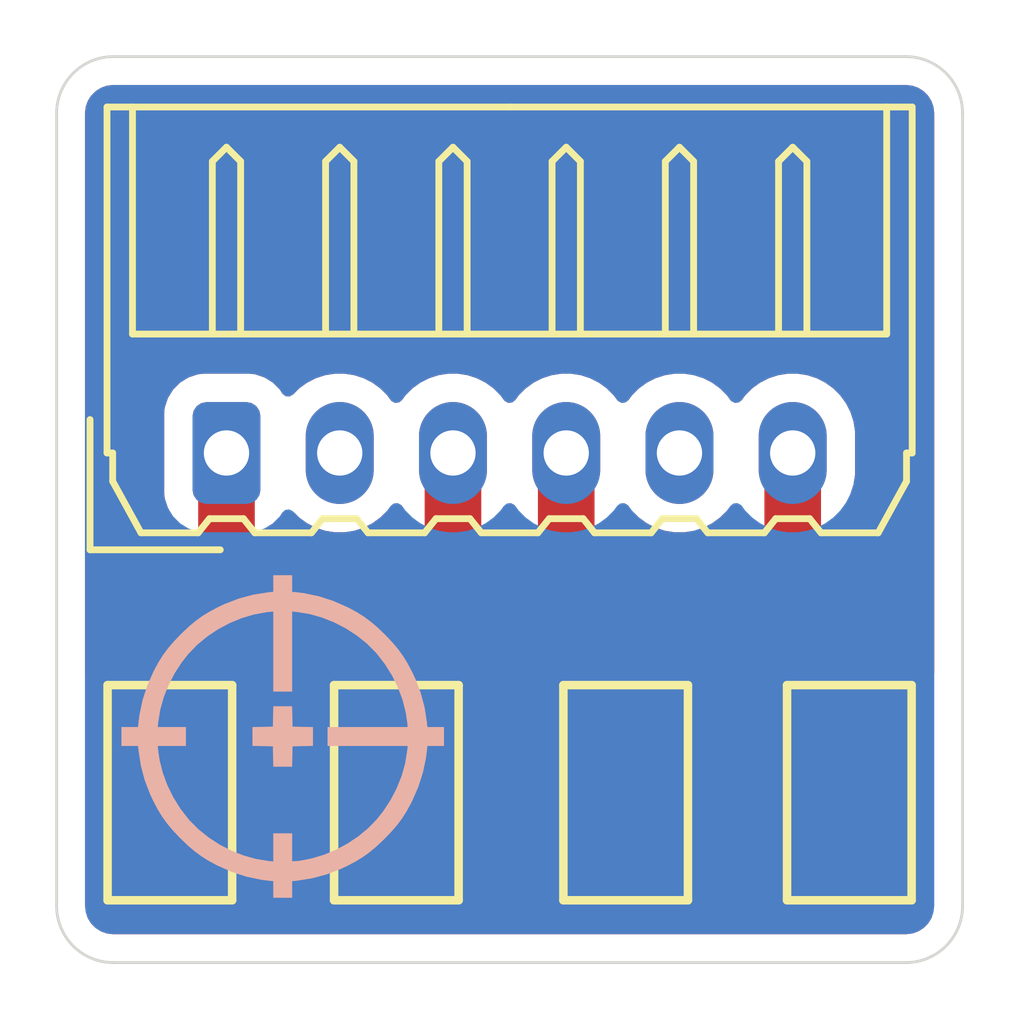
<source format=kicad_pcb>
(kicad_pcb (version 20240108) (generator "pcbnew") (generator_version "8.0")
  (layers (0 "F.Cu" signal) (31 "B.Cu" signal) (34 "B.Paste" user) (35 "F.Paste" user) (36 "B.SilkS" user "B.Silkscreen") (37 "F.SilkS" user "F.Silkscreen") (38 "B.Mask" user) (39 "F.Mask" user) (44 "Edge.Cuts" user))
  (net 0 "")
  (net 1 "Net-(J1-Pin_6)")
  (net 3 "Net-(J1-Pin_1)")
  (net 5 "Net-(J1-Pin_3)")
  (net 6 "Net-(J1-Pin_4)")
  (footprint "TestPoint:TestPoint_Keystone_5015_Micro-Minature" (layer "F.Cu") (at 6 13 90)
    (property "Reference" "TP2" (hide yes))
    (property "Value" "TestPoint")
    (fp_line (start 1.9 -1.1) (end 1.9 1.1) (stroke (width 0.15)) (layer "F.SilkS"))
    (fp_line (start -1.9 -1.1) (end 1.9 -1.1) (stroke (width 0.15)) (layer "F.SilkS"))
    (fp_line (start 1.9 1.1) (end -1.9 1.1) (stroke (width 0.15)) (layer "F.SilkS"))
    (fp_line (start -1.9 1.1) (end -1.9 -1.1) (stroke (width 0.15)) (layer "F.SilkS"))
    (pad "1" smd rect (at 0 0 90) (size 3.4 1.8) (layers "F.Cu" "F.Paste" "F.Mask") (net 5 "Net-(J1-Pin_3)"))
  )
  (footprint "Connector_Molex:Molex_Micro-Latch_53254-0670_1x06_P2.00mm_Horizontal" (layer "F.Cu") (at 3 7)
    (property "Reference" "J1" (hide yes))
    (property "Value" "FROM_MOBO")
    (fp_line (start -2.41 1.71) (end -2.41 -0.59) (stroke (width 0.12)) (layer "F.SilkS"))
    (fp_line (start -2.11 -6.11) (end 5 -6.11) (stroke (width 0.12)) (layer "F.SilkS"))
    (fp_line (start -2.11 0) (end -2.11 -6.11) (stroke (width 0.12)) (layer "F.SilkS"))
    (fp_line (start -2.01 0) (end -2.11 0) (stroke (width 0.12)) (layer "F.SilkS"))
    (fp_line (start -2.01 0.5) (end -2.01 0) (stroke (width 0.12)) (layer "F.SilkS"))
    (fp_line (start -1.66 -6.11) (end -1.66 -2.1) (stroke (width 0.12)) (layer "F.SilkS"))
    (fp_line (start -1.66 -2.1) (end 11.66 -2.1) (stroke (width 0.12)) (layer "F.SilkS"))
    (fp_line (start -1.51 1.41) (end -2.01 0.5) (stroke (width 0.12)) (layer "F.SilkS"))
    (fp_line (start -0.5 1.41) (end -1.51 1.41) (stroke (width 0.12)) (layer "F.SilkS"))
    (fp_line (start -0.3 1.16) (end -0.5 1.41) (stroke (width 0.12)) (layer "F.SilkS"))
    (fp_line (start -0.3 1.16) (end 0.3 1.16) (stroke (width 0.12)) (layer "F.SilkS"))
    (fp_line (start -0.25 -5.15) (end 0 -5.4) (stroke (width 0.12)) (layer "F.SilkS"))
    (fp_line (start -0.25 -2.1) (end -0.25 -5.15) (stroke (width 0.12)) (layer "F.SilkS"))
    (fp_line (start -0.11 1.71) (end -2.41 1.71) (stroke (width 0.12)) (layer "F.SilkS"))
    (fp_line (start 0 -5.4) (end 0.25 -5.15) (stroke (width 0.12)) (layer "F.SilkS"))
    (fp_line (start 0.25 -5.15) (end 0.25 -2.1) (stroke (width 0.12)) (layer "F.SilkS"))
    (fp_line (start 0.3 1.16) (end 0.5 1.41) (stroke (width 0.12)) (layer "F.SilkS"))
    (fp_line (start 0.5 1.41) (end 1.5 1.41) (stroke (width 0.12)) (layer "F.SilkS"))
    (fp_line (start 1.5 1.41) (end 1.7 1.16) (stroke (width 0.12)) (layer "F.SilkS"))
    (fp_line (start 1.7 1.16) (end 2.3 1.16) (stroke (width 0.12)) (layer "F.SilkS"))
    (fp_line (start 1.75 -5.15) (end 2 -5.4) (stroke (width 0.12)) (layer "F.SilkS"))
    (fp_line (start 1.75 -2.1) (end 1.75 -5.15) (stroke (width 0.12)) (layer "F.SilkS"))
    (fp_line (start 2 -5.4) (end 2.25 -5.15) (stroke (width 0.12)) (layer "F.SilkS"))
    (fp_line (start 2.25 -5.15) (end 2.25 -2.1) (stroke (width 0.12)) (layer "F.SilkS"))
    (fp_line (start 2.3 1.16) (end 2.5 1.41) (stroke (width 0.12)) (layer "F.SilkS"))
    (fp_line (start 2.5 1.41) (end 3.5 1.41) (stroke (width 0.12)) (layer "F.SilkS"))
    (fp_line (start 3.5 1.41) (end 3.7 1.16) (stroke (width 0.12)) (layer "F.SilkS"))
    (fp_line (start 3.7 1.16) (end 4.3 1.16) (stroke (width 0.12)) (layer "F.SilkS"))
    (fp_line (start 3.75 -5.15) (end 4 -5.4) (stroke (width 0.12)) (layer "F.SilkS"))
    (fp_line (start 3.75 -2.1) (end 3.75 -5.15) (stroke (width 0.12)) (layer "F.SilkS"))
    (fp_line (start 4 -5.4) (end 4.25 -5.15) (stroke (width 0.12)) (layer "F.SilkS"))
    (fp_line (start 4.25 -5.15) (end 4.25 -2.1) (stroke (width 0.12)) (layer "F.SilkS"))
    (fp_line (start 4.3 1.16) (end 4.5 1.41) (stroke (width 0.12)) (layer "F.SilkS"))
    (fp_line (start 4.5 1.41) (end 5.5 1.41) (stroke (width 0.12)) (layer "F.SilkS"))
    (fp_line (start 5.5 1.41) (end 5.7 1.16) (stroke (width 0.12)) (layer "F.SilkS"))
    (fp_line (start 5.7 1.16) (end 6.3 1.16) (stroke (width 0.12)) (layer "F.SilkS"))
    (fp_line (start 5.75 -5.15) (end 6 -5.4) (stroke (width 0.12)) (layer "F.SilkS"))
    (fp_line (start 5.75 -2.1) (end 5.75 -5.15) (stroke (width 0.12)) (layer "F.SilkS"))
    (fp_line (start 6 -5.4) (end 6.25 -5.15) (stroke (width 0.12)) (layer "F.SilkS"))
    (fp_line (start 6.25 -5.15) (end 6.25 -2.1) (stroke (width 0.12)) (layer "F.SilkS"))
    (fp_line (start 6.3 1.16) (end 6.5 1.41) (stroke (width 0.12)) (layer "F.SilkS"))
    (fp_line (start 6.5 1.41) (end 7.5 1.41) (stroke (width 0.12)) (layer "F.SilkS"))
    (fp_line (start 7.5 1.41) (end 7.7 1.16) (stroke (width 0.12)) (layer "F.SilkS"))
    (fp_line (start 7.7 1.16) (end 8.3 1.16) (stroke (width 0.12)) (layer "F.SilkS"))
    (fp_line (start 7.75 -5.15) (end 8 -5.4) (stroke (width 0.12)) (layer "F.SilkS"))
    (fp_line (start 7.75 -2.1) (end 7.75 -5.15) (stroke (width 0.12)) (layer "F.SilkS"))
    (fp_line (start 8 -5.4) (end 8.25 -5.15) (stroke (width 0.12)) (layer "F.SilkS"))
    (fp_line (start 8.25 -5.15) (end 8.25 -2.1) (stroke (width 0.12)) (layer "F.SilkS"))
    (fp_line (start 8.3 1.16) (end 8.5 1.41) (stroke (width 0.12)) (layer "F.SilkS"))
    (fp_line (start 8.5 1.41) (end 9.5 1.41) (stroke (width 0.12)) (layer "F.SilkS"))
    (fp_line (start 9.5 1.41) (end 9.7 1.16) (stroke (width 0.12)) (layer "F.SilkS"))
    (fp_line (start 9.7 1.16) (end 10.3 1.16) (stroke (width 0.12)) (layer "F.SilkS"))
    (fp_line (start 9.75 -5.15) (end 10 -5.4) (stroke (width 0.12)) (layer "F.SilkS"))
    (fp_line (start 9.75 -2.1) (end 9.75 -5.15) (stroke (width 0.12)) (layer "F.SilkS"))
    (fp_line (start 10 -5.4) (end 10.25 -5.15) (stroke (width 0.12)) (layer "F.SilkS"))
    (fp_line (start 10.25 -5.15) (end 10.25 -2.1) (stroke (width 0.12)) (layer "F.SilkS"))
    (fp_line (start 10.3 1.16) (end 10.5 1.41) (stroke (width 0.12)) (layer "F.SilkS"))
    (fp_line (start 10.5 1.41) (end 11.51 1.41) (stroke (width 0.12)) (layer "F.SilkS"))
    (fp_line (start 11.51 1.41) (end 12.01 0.5) (stroke (width 0.12)) (layer "F.SilkS"))
    (fp_line (start 11.66 -2.1) (end 11.66 -6.11) (stroke (width 0.12)) (layer "F.SilkS"))
    (fp_line (start 12.01 0) (end 12.11 0) (stroke (width 0.12)) (layer "F.SilkS"))
    (fp_line (start 12.01 0.5) (end 12.01 0) (stroke (width 0.12)) (layer "F.SilkS"))
    (fp_line (start 12.11 -6.11) (end 5 -6.11) (stroke (width 0.12)) (layer "F.SilkS"))
    (fp_line (start 12.11 0) (end 12.11 -6.11) (stroke (width 0.12)) (layer "F.SilkS"))
    (pad "1" thru_hole roundrect (at 0 0) (size 1.2 1.8) (drill 0.8) (layers "*.Cu" "*.Mask") (roundrect_rratio 0.208333) (net 3 "Net-(J1-Pin_1)"))
    (pad "2" thru_hole oval (at 2 0) (size 1.2 1.8) (drill 0.8) (layers "*.Cu" "*.Mask"))
    (pad "3" thru_hole oval (at 4 0) (size 1.2 1.8) (drill 0.8) (layers "*.Cu" "*.Mask") (net 5 "Net-(J1-Pin_3)"))
    (pad "4" thru_hole oval (at 6 0) (size 1.2 1.8) (drill 0.8) (layers "*.Cu" "*.Mask") (net 6 "Net-(J1-Pin_4)"))
    (pad "5" thru_hole oval (at 8 0) (size 1.2 1.8) (drill 0.8) (layers "*.Cu" "*.Mask"))
    (pad "6" thru_hole oval (at 10 0) (size 1.2 1.8) (drill 0.8) (layers "*.Cu" "*.Mask") (net 1 "Net-(J1-Pin_6)"))
  )
  (footprint "TestPoint:TestPoint_Keystone_5015_Micro-Minature" (layer "F.Cu") (at 2 13 90)
    (property "Reference" "TP1" (hide yes))
    (property "Value" "TestPoint")
    (fp_line (start 1.9 -1.1) (end 1.9 1.1) (stroke (width 0.15)) (layer "F.SilkS"))
    (fp_line (start -1.9 -1.1) (end 1.9 -1.1) (stroke (width 0.15)) (layer "F.SilkS"))
    (fp_line (start 1.9 1.1) (end -1.9 1.1) (stroke (width 0.15)) (layer "F.SilkS"))
    (fp_line (start -1.9 1.1) (end -1.9 -1.1) (stroke (width 0.15)) (layer "F.SilkS"))
    (pad "1" smd rect (at 0 0 90) (size 3.4 1.8) (layers "F.Cu" "F.Paste" "F.Mask") (net 3 "Net-(J1-Pin_1)"))
  )
  (footprint "TestPoint:TestPoint_Keystone_5015_Micro-Minature" (layer "F.Cu") (at 10.05 13 90)
    (property "Reference" "TP3" (hide yes))
    (property "Value" "TestPoint")
    (fp_line (start 1.9 -1.1) (end 1.9 1.1) (stroke (width 0.15)) (layer "F.SilkS"))
    (fp_line (start -1.9 -1.1) (end 1.9 -1.1) (stroke (width 0.15)) (layer "F.SilkS"))
    (fp_line (start 1.9 1.1) (end -1.9 1.1) (stroke (width 0.15)) (layer "F.SilkS"))
    (fp_line (start -1.9 1.1) (end -1.9 -1.1) (stroke (width 0.15)) (layer "F.SilkS"))
    (pad "1" smd rect (at 0 0 90) (size 3.4 1.8) (layers "F.Cu" "F.Paste" "F.Mask") (net 6 "Net-(J1-Pin_4)"))
  )
  (footprint "TestPoint:TestPoint_Keystone_5015_Micro-Minature" (layer "F.Cu") (at 14 13 90)
    (property "Reference" "TP4" (hide yes))
    (property "Value" "TestPoint")
    (fp_line (start 1.9 -1.1) (end 1.9 1.1) (stroke (width 0.15)) (layer "F.SilkS"))
    (fp_line (start -1.9 -1.1) (end 1.9 -1.1) (stroke (width 0.15)) (layer "F.SilkS"))
    (fp_line (start 1.9 1.1) (end -1.9 1.1) (stroke (width 0.15)) (layer "F.SilkS"))
    (fp_line (start -1.9 1.1) (end -1.9 -1.1) (stroke (width 0.15)) (layer "F.SilkS"))
    (pad "1" smd rect (at 0 0 90) (size 3.4 1.8) (layers "F.Cu" "F.Paste" "F.Mask") (net 1 "Net-(J1-Pin_6)"))
  )
  (footprint "index:goblin" (layer "B.Cu") (at 11.25 12.25 180)
    (property "Reference" "G***" (hide yes))
    (property "Value" "LOGO" (hide yes))
  )
  (footprint "index:logo" (layer "B.Cu") (at 4 12 180)
    (property "Reference" "G***" (hide yes))
    (property "Value" "LOGO" (hide yes))
    (fp_poly (pts (xy 0.172439 0.342195) (xy 0.176389 0.162278) (xy 0.356305 0.158329) (xy 0.536222 0.154379) (xy 0.536222 -0.16849) (xy 0.356305 -0.172439) (xy 0.176389 -0.176389) (xy 0.172439 -0.356305) (xy 0.16849 -0.536222) (xy -0.154379 -0.536222) (xy -0.158329 -0.356305) (xy -0.162278 -0.176389) (xy -0.342195 -0.172439) (xy -0.522111 -0.16849) (xy -0.522111 0.154379) (xy -0.342195 0.158329) (xy -0.162278 0.162278) (xy -0.158329 0.342195) (xy -0.154379 0.522111) (xy 0.16849 0.522111) (xy 0.172439 0.342195)) (stroke (width 0.01)) (fill solid) (layer "B.SilkS"))
    (fp_poly (pts (xy 0.169333 2.543898) (xy 0.263869 2.534212) (xy 0.52296 2.493539) (xy 0.77827 2.424972) (xy 1.029979 2.32846) (xy 1.150055 2.27195) (xy 1.292674 2.196349) (xy 1.419534 2.118738) (xy 1.537813 2.033871) (xy 1.654691 1.936508) (xy 1.777345 1.821403) (xy 1.806554 1.792443) (xy 1.926386 1.667492) (xy 2.027294 1.549938) (xy 2.114522 1.432602) (xy 2.193312 1.308306) (xy 2.268909 1.16987) (xy 2.286061 1.135945) (xy 2.396061 0.885908) (xy 2.478089 0.632356) (xy 2.532199 0.375109) (xy 2.548323 0.249759) (xy 2.558008 0.155222) (xy 2.850444 0.155222) (xy 2.850444 -0.169333) (xy 2.557399 -0.169333) (xy 2.547535 -0.264583) (xy 2.507659 -0.521009) (xy 2.441477 -0.771033) (xy 2.348236 -1.017208) (xy 2.286061 -1.150055) (xy 2.21046 -1.292674) (xy 2.132848 -1.419534) (xy 2.047982 -1.537813) (xy 1.950619 -1.654691) (xy 1.835514 -1.777345) (xy 1.806554 -1.806554) (xy 1.681603 -1.926386) (xy 1.564049 -2.027294) (xy 1.446713 -2.114522) (xy 1.322416 -2.193312) (xy 1.18398 -2.268909) (xy 1.150055 -2.286061) (xy 0.900019 -2.396061) (xy 0.646466 -2.478089) (xy 0.38922 -2.532199) (xy 0.263869 -2.548323) (xy 0.169333 -2.558008) (xy 0.169333 -2.850444) (xy -0.155222 -2.850444) (xy -0.155222 -2.558008) (xy -0.249759 -2.548323) (xy -0.508849 -2.507649) (xy -0.76416 -2.439083) (xy -1.015868 -2.34257) (xy -1.135945 -2.286061) (xy -1.278563 -2.21046) (xy -1.405423 -2.132848) (xy -1.523702 -2.047982) (xy -1.64058 -1.950619) (xy -1.763235 -1.835514) (xy -1.792443 -1.806554) (xy -1.912275 -1.681603) (xy -2.013183 -1.564049) (xy -2.100411 -1.446713) (xy -2.179202 -1.322416) (xy -2.254798 -1.18398) (xy -2.27195 -1.150055) (xy -2.38195 -0.900019) (xy -2.463979 -0.646466) (xy -2.518088 -0.38922) (xy -2.534212 -0.263869) (xy -2.543898 -0.169333) (xy -2.836333 -0.169333) (xy -2.836333 0.155222) (xy -2.543898 0.155222) (xy -2.205231 0.155222) (xy -0.790222 0.155222) (xy -0.790222 -0.169333) (xy -2.205231 -0.169333) (xy -2.195524 -0.264583) (xy -2.159639 -0.484313) (xy -2.097594 -0.704567) (xy -2.011111 -0.921475) (xy -1.901907 -1.131165) (xy -1.771704 -1.329766) (xy -1.659801 -1.470858) (xy -1.506596 -1.628821) (xy -1.33195 -1.773377) (xy -1.140543 -1.901804) (xy -0.937055 -2.011383) (xy -0.726165 -2.09939) (xy -0.512554 -2.163106) (xy -0.443468 -2.178102) (xy -0.370237 -2.192329) (xy -0.31788 -2.201925) (xy -0.27962 -2.20791) (xy -0.248682 -2.211303) (xy -0.218287 -2.213125) (xy -0.208139 -2.213523) (xy -0.155222 -2.215444) (xy -0.155222 -1.721555) (xy 0.169333 -1.721555) (xy 0.169333 -2.219342) (xy 0.264583 -2.209635) (xy 0.483298 -2.173883) (xy 0.70209 -2.112335) (xy 0.916909 -2.027114) (xy 1.123706 -1.920343) (xy 1.318431 -1.794146) (xy 1.497033 -1.650645) (xy 1.655463 -1.491964) (xy 1.673912 -1.470858) (xy 1.818922 -1.28327) (xy 1.944237 -1.081651) (xy 2.048139 -0.869873) (xy 2.128907 -0.651808) (xy 2.184824 -0.431326) (xy 2.209635 -0.264583) (xy 2.219342 -0.169333) (xy 1.721555 -0.169333) (xy 1.721555 0.155222) (xy 2.219342 0.155222) (xy 2.209635 0.250472) (xy 2.173749 0.470202) (xy 2.111705 0.690456) (xy 2.025222 0.907364) (xy 1.916018 1.117054) (xy 1.785814 1.315655) (xy 1.673912 1.456747) (xy 1.518331 1.617203) (xy 1.342063 1.762747) (xy 1.149159 1.891257) (xy 0.943669 2.000609) (xy 0.729643 2.088681) (xy 0.511131 2.153349) (xy 0.292182 2.192491) (xy 0.264583 2.195524) (xy 0.169333 2.205231) (xy 0.169333 0.790222) (xy -0.155222 0.790222) (xy -0.155222 2.205231) (xy -0.250472 2.195524) (xy -0.469187 2.159772) (xy -0.687979 2.098224) (xy -0.902798 2.013003) (xy -1.109595 1.906233) (xy -1.30432 1.780035) (xy -1.482922 1.636534) (xy -1.641352 1.477853) (xy -1.659801 1.456747) (xy -1.804811 1.269159) (xy -1.930126 1.06754) (xy -2.034028 0.855762) (xy -2.114796 0.637697) (xy -2.170713 0.417216) (xy -2.195524 0.250472) (xy -2.205231 0.155222) (xy -2.543898 0.155222) (xy -2.534212 0.249759) (xy -2.493539 0.508849) (xy -2.424972 0.76416) (xy -2.32846 1.015868) (xy -2.27195 1.135945) (xy -2.196349 1.278563) (xy -2.118738 1.405423) (xy -2.033871 1.523702) (xy -1.936508 1.64058) (xy -1.821403 1.763235) (xy -1.792443 1.792443) (xy -1.667492 1.912275) (xy -1.549938 2.013183) (xy -1.432602 2.100411) (xy -1.308306 2.179202) (xy -1.16987 2.254798) (xy -1.135945 2.27195) (xy -0.885908 2.38195) (xy -0.632356 2.463979) (xy -0.375109 2.518088) (xy -0.249759 2.534212) (xy -0.155222 2.543898) (xy -0.155222 2.836333) (xy 0.169333 2.836333) (xy 0.169333 2.543898)) (stroke (width 0.01)) (fill solid) (layer "B.SilkS"))
  )
  (gr_arc (start 0 1) (mid 0.292893 0.292893) (end 1 0) (stroke (width 0.05)) (layer "Edge.Cuts"))
  (gr_arc (start 16 15) (mid 15.707107 15.707107) (end 15 16) (stroke (width 0.05)) (layer "Edge.Cuts"))
  (gr_line (start 16 15) (end 16 1) (stroke (width 0.05)) (layer "Edge.Cuts"))
  (gr_arc (start 1 16) (mid 0.292893 15.707107) (end 0 15) (stroke (width 0.05)) (layer "Edge.Cuts"))
  (gr_line (start 0 1) (end 0 15) (stroke (width 0.05)) (layer "Edge.Cuts"))
  (gr_line (start 1 0) (end 15 0) (stroke (width 0.05)) (layer "Edge.Cuts"))
  (gr_arc (start 15 0) (mid 15.707107 0.292893) (end 16 1) (stroke (width 0.05)) (layer "Edge.Cuts"))
  (gr_line (start 1 16) (end 15 16) (stroke (width 0.05)) (layer "Edge.Cuts"))
  (segment (start 13 7) (end 13 9) (width 1) (layer "F.Cu") (net 1))
  (segment (start 13 9) (end 14 10) (width 1) (layer "F.Cu") (net 1))
  (segment (start 14 10) (end 14 13) (width 1) (layer "F.Cu") (net 1))
  (segment (start 3 7) (end 3 9) (width 1) (layer "F.Cu") (net 3))
  (segment (start 2 10) (end 2 13) (width 1) (layer "F.Cu") (net 3))
  (segment (start 3 9) (end 2 10) (width 1) (layer "F.Cu") (net 3))
  (segment (start 7 9.069239) (end 6 10.069239) (width 1) (layer "F.Cu") (net 5))
  (segment (start 6 10.069239) (end 6 13) (width 1) (layer "F.Cu") (net 5))
  (segment (start 7 7) (end 7 9.069239) (width 1) (layer "F.Cu") (net 5))
  (segment (start 9 9) (end 10.05 10.05) (width 1) (layer "F.Cu") (net 6))
  (segment (start 10.05 10.05) (end 10.05 13) (width 1) (layer "F.Cu") (net 6))
  (segment (start 9 7) (end 9 9) (width 1) (layer "F.Cu") (net 6))
  (zone (net 0) (net_name "") (layers "F&B.Cu") (connect_pads (clearance 0.5)) (min_thickness 0.25) (fill yes (thermal_gap 0.5) (thermal_bridge_width 0.5) (island_removal_mode 1) (island_area_min 10))
    (polygon (pts (xy -1 -1) (xy -1 17) (xy 17 17) (xy 17 -1)))
  )
)
</source>
